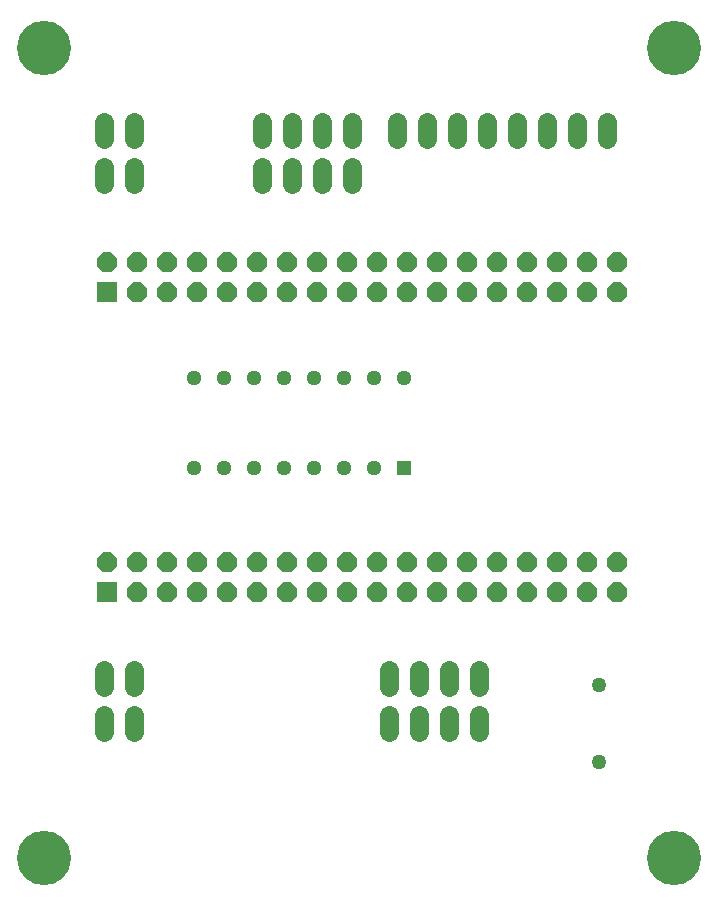
<source format=gbr>
G04 EAGLE Gerber RS-274X export*
G75*
%MOMM*%
%FSLAX34Y34*%
%LPD*%
%INSoldermask Bottom*%
%IPPOS*%
%AMOC8*
5,1,8,0,0,1.08239X$1,22.5*%
G01*
%ADD10R,1.676400X1.676400*%
%ADD11P,1.814519X8X22.500000*%
%ADD12C,1.272400*%
%ADD13R,1.282400X1.282400*%
%ADD14C,1.282400*%
%ADD15C,1.574800*%
%ADD16C,4.597400*%


D10*
X90850Y263900D03*
D11*
X90850Y289300D03*
X116250Y263900D03*
X116250Y289300D03*
X141650Y263900D03*
X141650Y289300D03*
X167050Y263900D03*
X167050Y289300D03*
X192450Y263900D03*
X192450Y289300D03*
X217850Y263900D03*
X217850Y289300D03*
X243250Y263900D03*
X243250Y289300D03*
X268650Y263900D03*
X268650Y289300D03*
X294050Y263900D03*
X294050Y289300D03*
X319450Y263900D03*
X319450Y289300D03*
X344850Y263900D03*
X344850Y289300D03*
X370250Y263900D03*
X370250Y289300D03*
X395650Y263900D03*
X395650Y289300D03*
X421050Y263900D03*
X421050Y289300D03*
X446450Y263900D03*
X446450Y289300D03*
X471850Y263900D03*
X471850Y289300D03*
X497250Y263900D03*
X497250Y289300D03*
X522650Y263900D03*
X522650Y289300D03*
D10*
X90850Y517900D03*
D11*
X90850Y543300D03*
X116250Y517900D03*
X116250Y543300D03*
X141650Y517900D03*
X141650Y543300D03*
X167050Y517900D03*
X167050Y543300D03*
X192450Y517900D03*
X192450Y543300D03*
X217850Y517900D03*
X217850Y543300D03*
X243250Y517900D03*
X243250Y543300D03*
X268650Y517900D03*
X268650Y543300D03*
X294050Y517900D03*
X294050Y543300D03*
X319450Y517900D03*
X319450Y543300D03*
X344850Y517900D03*
X344850Y543300D03*
X370250Y517900D03*
X370250Y543300D03*
X395650Y517900D03*
X395650Y543300D03*
X421050Y517900D03*
X421050Y543300D03*
X446450Y517900D03*
X446450Y543300D03*
X471850Y517900D03*
X471850Y543300D03*
X497250Y517900D03*
X497250Y543300D03*
X522650Y517900D03*
X522650Y543300D03*
D12*
X508000Y119900D03*
X508000Y184900D03*
D13*
X342900Y368300D03*
D14*
X317500Y368300D03*
X292100Y368300D03*
X266700Y368300D03*
X241300Y368300D03*
X215900Y368300D03*
X190500Y368300D03*
X165100Y368300D03*
X165100Y444500D03*
X190500Y444500D03*
X215900Y444500D03*
X241300Y444500D03*
X266700Y444500D03*
X292100Y444500D03*
X317500Y444500D03*
X342900Y444500D03*
D15*
X88900Y197612D02*
X88900Y183388D01*
X114300Y183388D02*
X114300Y197612D01*
X88900Y159512D02*
X88900Y145288D01*
X114300Y145288D02*
X114300Y159512D01*
X114300Y608838D02*
X114300Y623062D01*
X88900Y623062D02*
X88900Y608838D01*
X114300Y646938D02*
X114300Y661162D01*
X88900Y661162D02*
X88900Y646938D01*
X298450Y646938D02*
X298450Y661162D01*
X273050Y661162D02*
X273050Y646938D01*
X247650Y646938D02*
X247650Y661162D01*
X222250Y661162D02*
X222250Y646938D01*
X298450Y623062D02*
X298450Y608838D01*
X273050Y608838D02*
X273050Y623062D01*
X247650Y623062D02*
X247650Y608838D01*
X222250Y608838D02*
X222250Y623062D01*
X330200Y159512D02*
X330200Y145288D01*
X355600Y145288D02*
X355600Y159512D01*
X381000Y159512D02*
X381000Y145288D01*
X406400Y145288D02*
X406400Y159512D01*
X330200Y183388D02*
X330200Y197612D01*
X355600Y197612D02*
X355600Y183388D01*
X381000Y183388D02*
X381000Y197612D01*
X406400Y197612D02*
X406400Y183388D01*
X514350Y646938D02*
X514350Y661162D01*
X488950Y661162D02*
X488950Y646938D01*
X463550Y646938D02*
X463550Y661162D01*
X438150Y661162D02*
X438150Y646938D01*
X412750Y646938D02*
X412750Y661162D01*
X387350Y661162D02*
X387350Y646938D01*
X361950Y646938D02*
X361950Y661162D01*
X336550Y661162D02*
X336550Y646938D01*
D16*
X571500Y723900D03*
X38100Y723900D03*
X571500Y38100D03*
X38100Y38100D03*
M02*

</source>
